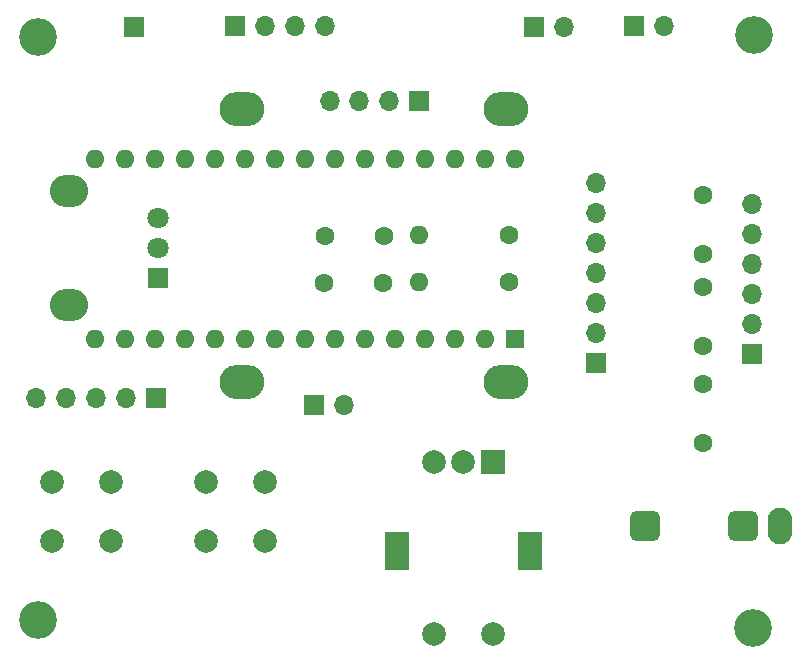
<source format=gbr>
G04 #@! TF.GenerationSoftware,KiCad,Pcbnew,7.0.8*
G04 #@! TF.CreationDate,2024-01-30T12:30:03+00:00*
G04 #@! TF.ProjectId,NanoVFO,4e616e6f-5646-44f2-9e6b-696361645f70,rev?*
G04 #@! TF.SameCoordinates,Original*
G04 #@! TF.FileFunction,Soldermask,Top*
G04 #@! TF.FilePolarity,Negative*
%FSLAX46Y46*%
G04 Gerber Fmt 4.6, Leading zero omitted, Abs format (unit mm)*
G04 Created by KiCad (PCBNEW 7.0.8) date 2024-01-30 12:30:03*
%MOMM*%
%LPD*%
G01*
G04 APERTURE LIST*
G04 Aperture macros list*
%AMRoundRect*
0 Rectangle with rounded corners*
0 $1 Rounding radius*
0 $2 $3 $4 $5 $6 $7 $8 $9 X,Y pos of 4 corners*
0 Add a 4 corners polygon primitive as box body*
4,1,4,$2,$3,$4,$5,$6,$7,$8,$9,$2,$3,0*
0 Add four circle primitives for the rounded corners*
1,1,$1+$1,$2,$3*
1,1,$1+$1,$4,$5*
1,1,$1+$1,$6,$7*
1,1,$1+$1,$8,$9*
0 Add four rect primitives between the rounded corners*
20,1,$1+$1,$2,$3,$4,$5,0*
20,1,$1+$1,$4,$5,$6,$7,0*
20,1,$1+$1,$6,$7,$8,$9,0*
20,1,$1+$1,$8,$9,$2,$3,0*%
G04 Aperture macros list end*
%ADD10O,3.800000X2.900000*%
%ADD11R,1.700000X1.700000*%
%ADD12O,1.700000X1.700000*%
%ADD13R,2.000000X2.000000*%
%ADD14C,2.000000*%
%ADD15R,2.000000X3.200000*%
%ADD16C,3.200000*%
%ADD17RoundRect,0.650000X0.650000X-0.650000X0.650000X0.650000X-0.650000X0.650000X-0.650000X-0.650000X0*%
%ADD18O,2.100000X3.100000*%
%ADD19O,3.240000X2.720000*%
%ADD20R,1.800000X1.800000*%
%ADD21C,1.800000*%
%ADD22C,1.600000*%
%ADD23O,1.600000X1.600000*%
%ADD24R,1.600000X1.600000*%
G04 APERTURE END LIST*
D10*
G04 #@! TO.C,J3*
X43274000Y-39800000D03*
X43274000Y-62914000D03*
X65626000Y-39800000D03*
X65626000Y-62914000D03*
D11*
X58200000Y-39165000D03*
D12*
X55700000Y-39165000D03*
X53200000Y-39165000D03*
X50700000Y-39165000D03*
G04 #@! TD*
D13*
G04 #@! TO.C,SW2*
X64500000Y-69750000D03*
D14*
X59500000Y-69750000D03*
X62000000Y-69750000D03*
D15*
X67600000Y-77250000D03*
X56400000Y-77250000D03*
D14*
X59500000Y-84250000D03*
X64500000Y-84250000D03*
G04 #@! TD*
D16*
G04 #@! TO.C,REF\u002A\u002A*
X26000000Y-33700000D03*
G04 #@! TD*
G04 #@! TO.C,REF\u002A\u002A*
X86600000Y-33600000D03*
G04 #@! TD*
G04 #@! TO.C,REF\u002A\u002A*
X86500000Y-83800000D03*
G04 #@! TD*
D14*
G04 #@! TO.C,SW1*
X27200000Y-71400000D03*
X32200000Y-71400000D03*
X27200000Y-76400000D03*
X32200000Y-76400000D03*
G04 #@! TD*
D17*
G04 #@! TO.C,J1*
X85700000Y-75100000D03*
D18*
X88800000Y-75100000D03*
D17*
X77400000Y-75100000D03*
G04 #@! TD*
D19*
G04 #@! TO.C,RV1*
X28600000Y-56400000D03*
X28600000Y-46800000D03*
D20*
X36100000Y-54100000D03*
D21*
X36100000Y-51600000D03*
X36100000Y-49100000D03*
G04 #@! TD*
D16*
G04 #@! TO.C,REF\u002A\u002A*
X26000000Y-83100000D03*
G04 #@! TD*
D14*
G04 #@! TO.C,SW3*
X40200000Y-71400000D03*
X45200000Y-71400000D03*
X40200000Y-76400000D03*
X45200000Y-76400000D03*
G04 #@! TD*
D11*
G04 #@! TO.C,J2*
X49360000Y-64900000D03*
D12*
X51900000Y-64900000D03*
G04 #@! TD*
D22*
G04 #@! TO.C,C7*
X82300000Y-47100000D03*
X82300000Y-52100000D03*
G04 #@! TD*
D11*
G04 #@! TO.C,J12*
X76465000Y-32800000D03*
D12*
X79005000Y-32800000D03*
G04 #@! TD*
D22*
G04 #@! TO.C,C6*
X82300000Y-54900000D03*
X82300000Y-59900000D03*
G04 #@! TD*
D11*
G04 #@! TO.C,J6*
X42680000Y-32800000D03*
D12*
X45220000Y-32800000D03*
X47760000Y-32800000D03*
X50300000Y-32800000D03*
G04 #@! TD*
G04 #@! TO.C,J8*
X25820000Y-64300000D03*
X28360000Y-64300000D03*
X30900000Y-64300000D03*
X33440000Y-64300000D03*
D11*
X35980000Y-64300000D03*
G04 #@! TD*
G04 #@! TO.C,J4*
X34140000Y-32900000D03*
G04 #@! TD*
D23*
G04 #@! TO.C,A1*
X66340000Y-44060000D03*
X63800000Y-44060000D03*
X61260000Y-44060000D03*
X58720000Y-44060000D03*
X56180000Y-44060000D03*
X53640000Y-44060000D03*
X51100000Y-44060000D03*
X48560000Y-44060000D03*
X46020000Y-44060000D03*
X43480000Y-44060000D03*
X40940000Y-44060000D03*
X38400000Y-44060000D03*
X35860000Y-44060000D03*
X33320000Y-44060000D03*
X30780000Y-44060000D03*
X30780000Y-59300000D03*
X33320000Y-59300000D03*
X35860000Y-59300000D03*
X38400000Y-59300000D03*
X40940000Y-59300000D03*
X43480000Y-59300000D03*
X46020000Y-59300000D03*
X48560000Y-59300000D03*
X51100000Y-59300000D03*
X53640000Y-59300000D03*
X56180000Y-59300000D03*
X58720000Y-59300000D03*
X61260000Y-59300000D03*
X63800000Y-59300000D03*
D24*
X66340000Y-59300000D03*
G04 #@! TD*
D22*
G04 #@! TO.C,C4*
X55170000Y-54600000D03*
X50170000Y-54600000D03*
G04 #@! TD*
G04 #@! TO.C,R1*
X65880000Y-50500000D03*
D23*
X58260000Y-50500000D03*
G04 #@! TD*
D11*
G04 #@! TO.C,J9*
X68000000Y-32900000D03*
D12*
X70540000Y-32900000D03*
G04 #@! TD*
D11*
G04 #@! TO.C,J5*
X86400000Y-60540000D03*
D12*
X86400000Y-58000000D03*
X86400000Y-55460000D03*
X86400000Y-52920000D03*
X86400000Y-50380000D03*
X86400000Y-47840000D03*
G04 #@! TD*
D22*
G04 #@! TO.C,C5*
X55270000Y-50600000D03*
X50270000Y-50600000D03*
G04 #@! TD*
G04 #@! TO.C,C1*
X82300000Y-68100000D03*
X82300000Y-63100000D03*
G04 #@! TD*
D23*
G04 #@! TO.C,R2*
X58260000Y-54500000D03*
D22*
X65880000Y-54500000D03*
G04 #@! TD*
D11*
G04 #@! TO.C,J10*
X73200000Y-61325000D03*
D12*
X73200000Y-58785000D03*
X73200000Y-56245000D03*
X73200000Y-53705000D03*
X73200000Y-51165000D03*
X73200000Y-48625000D03*
X73200000Y-46085000D03*
G04 #@! TD*
M02*

</source>
